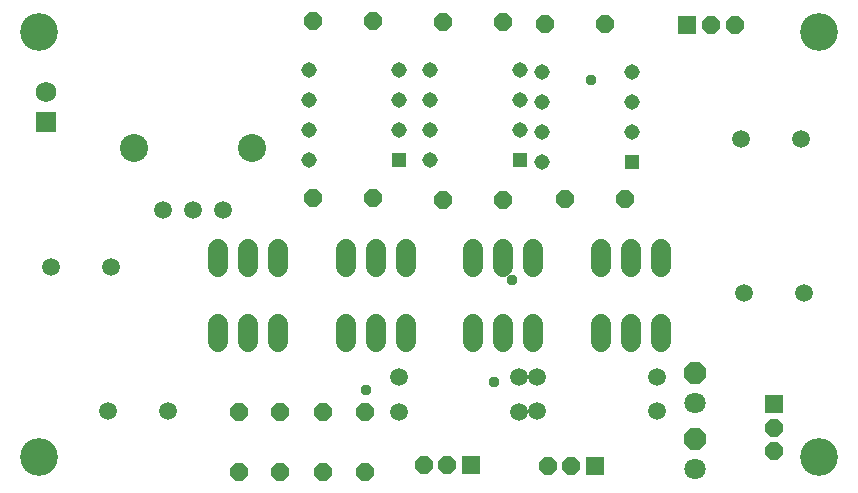
<source format=gbr>
G04 EAGLE Gerber RS-274X export*
G75*
%MOMM*%
%FSLAX34Y34*%
%LPD*%
%INSoldermask Bottom*%
%IPPOS*%
%AMOC8*
5,1,8,0,0,1.08239X$1,22.5*%
G01*
%ADD10C,3.203200*%
%ADD11C,1.727200*%
%ADD12P,1.649562X8X202.500000*%
%ADD13P,1.649562X8X22.500000*%
%ADD14P,1.951982X8X112.500000*%
%ADD15C,1.803400*%
%ADD16R,1.727200X1.727200*%
%ADD17C,1.727200*%
%ADD18R,1.503200X1.503200*%
%ADD19P,1.627049X8X22.500000*%
%ADD20P,1.627049X8X202.500000*%
%ADD21P,1.627049X8X112.500000*%
%ADD22R,1.311200X1.311200*%
%ADD23C,1.311200*%
%ADD24C,1.511200*%
%ADD25C,2.378200*%
%ADD26P,1.649562X8X112.500000*%
%ADD27C,0.959600*%


D10*
X30000Y390000D03*
X30000Y30000D03*
X690000Y30000D03*
X690000Y390000D03*
D11*
X556150Y205920D02*
X556150Y190680D01*
X530750Y190680D02*
X530750Y205920D01*
X505350Y205920D02*
X505350Y190680D01*
X448200Y190680D02*
X448200Y205920D01*
X422800Y205920D02*
X422800Y190680D01*
X397400Y190680D02*
X397400Y205920D01*
X340250Y205920D02*
X340250Y190680D01*
X314850Y190680D02*
X314850Y205920D01*
X289450Y205920D02*
X289450Y190680D01*
X232300Y190680D02*
X232300Y205920D01*
X206900Y205920D02*
X206900Y190680D01*
X181500Y190680D02*
X181500Y205920D01*
D12*
X422500Y247500D03*
X371700Y247500D03*
X422500Y398300D03*
X371700Y398300D03*
X312500Y249100D03*
X261700Y249100D03*
D13*
X261400Y398800D03*
X312200Y398800D03*
D14*
X585200Y101200D03*
D15*
X585200Y75800D03*
D14*
X584740Y44850D03*
D15*
X584740Y19450D03*
D13*
X475050Y248660D03*
X525850Y248660D03*
D12*
X508600Y396400D03*
X457800Y396400D03*
D16*
X35910Y313530D03*
D17*
X35910Y338530D03*
D18*
X395300Y22800D03*
D19*
X375300Y22800D03*
X355300Y22800D03*
D18*
X578700Y395300D03*
D20*
X598700Y395300D03*
X618700Y395300D03*
D18*
X500300Y22600D03*
D19*
X480300Y22600D03*
X460300Y22600D03*
D18*
X651900Y74600D03*
D21*
X651900Y54600D03*
X651900Y34600D03*
D11*
X505350Y127180D02*
X505350Y142420D01*
X530750Y142420D02*
X530750Y127180D01*
X556150Y127180D02*
X556150Y142420D01*
X397400Y142420D02*
X397400Y127180D01*
X422800Y127180D02*
X422800Y142420D01*
X448200Y142420D02*
X448200Y127180D01*
X289450Y127180D02*
X289450Y142420D01*
X314850Y142420D02*
X314850Y127180D01*
X340250Y127180D02*
X340250Y142420D01*
X181500Y142420D02*
X181500Y127180D01*
X206900Y127180D02*
X206900Y142420D01*
X232300Y142420D02*
X232300Y127180D01*
D22*
X334900Y281700D03*
D23*
X334900Y307100D03*
X334900Y332500D03*
X334900Y357900D03*
X258700Y357900D03*
X258700Y332500D03*
X258700Y307100D03*
X258700Y281700D03*
D24*
X552970Y69030D03*
X451370Y69030D03*
X451190Y97970D03*
X552790Y97970D03*
X334810Y97970D03*
X436410Y97970D03*
X436030Y68300D03*
X334430Y68300D03*
D22*
X436900Y281300D03*
D23*
X436900Y306700D03*
X436900Y332100D03*
X436900Y357500D03*
X360700Y357500D03*
X360700Y332100D03*
X360700Y306700D03*
X360700Y281300D03*
D24*
X160300Y239200D03*
X134900Y239200D03*
X185700Y239200D03*
D25*
X110300Y291700D03*
X210300Y291700D03*
D22*
X531900Y279900D03*
D23*
X531900Y305300D03*
X531900Y330700D03*
X531900Y356100D03*
X455700Y356100D03*
X455700Y330700D03*
X455700Y305300D03*
X455700Y279900D03*
D24*
X626900Y168900D03*
X677700Y168900D03*
X623900Y298900D03*
X674700Y298900D03*
X39900Y190800D03*
X90700Y190800D03*
X88200Y68900D03*
X139000Y68900D03*
D26*
X234000Y17600D03*
X234000Y68400D03*
X199000Y17600D03*
X199000Y68400D03*
X270000Y17600D03*
X270000Y68400D03*
X306000Y17600D03*
X306000Y68400D03*
D27*
X429912Y179504D03*
X414528Y92964D03*
X496824Y348996D03*
X306324Y86868D03*
M02*

</source>
